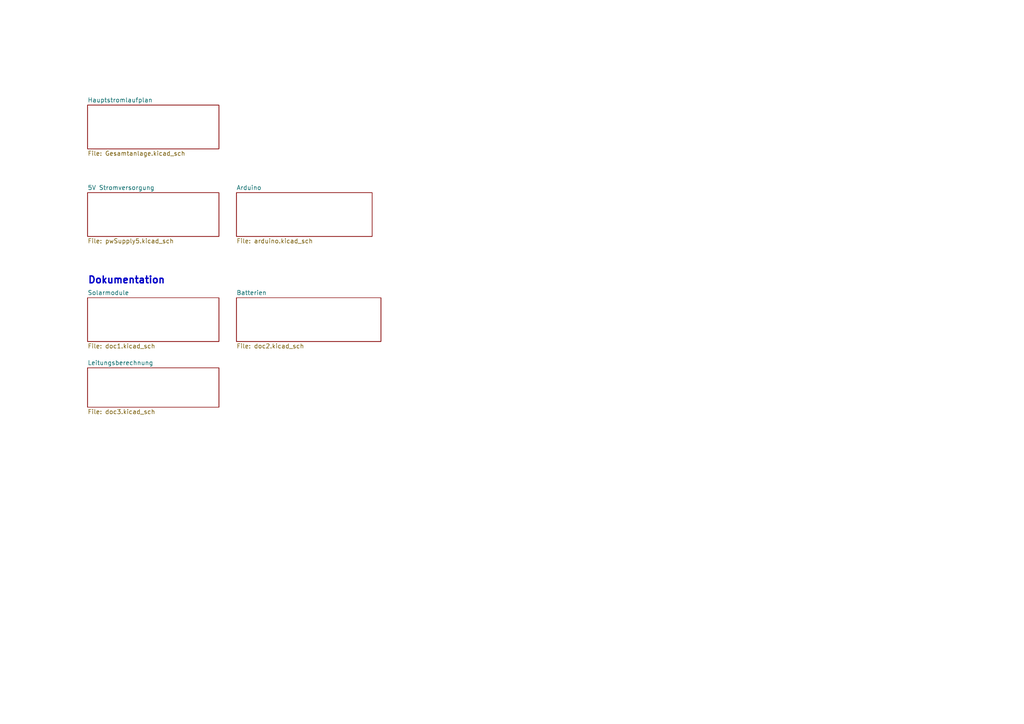
<source format=kicad_sch>
(kicad_sch (version 20211123) (generator eeschema)
  (paper "A4")
  (lib_symbols)
  (text "Dokumentation" (at 25.4 82.55 0) (effects (font (size 2 2) (thickness 0.4) bold) (justify left bottom)))
  (sheet (at 25.4 55.88) (size 38.1 12.7) (stroke (width 0.1524))
    (property "Sheet name" "5V Stromversorgung" (at 25.4 55.1684 0) (effects (justify left bottom)))
    (property "Sheet file" "pwSupply5.kicad_sch" (at 25.4 69.1646 0) (effects (justify left top)))
  )
  (sheet (at 68.58 55.88) (size 39.37 12.7) (stroke (width 0.1524))
    (property "Sheet name" "Arduino" (at 68.58 55.1684 0) (effects (justify left bottom)))
    (property "Sheet file" "arduino.kicad_sch" (at 68.58 69.1646 0) (effects (justify left top)))
  )
  (sheet (at 25.4 106.68) (size 38.1 11.43) (stroke (width 0.1524))
    (property "Sheet name" "Leitungsberechnung" (at 25.4 105.9684 0) (effects (justify left bottom)))
    (property "Sheet file" "doc3.kicad_sch" (at 25.4 118.6946 0) (effects (justify left top)))
  )
  (sheet (at 25.4 86.36) (size 38.1 12.7) (stroke (width 0.1524))
    (property "Sheet name" "Solarmodule" (at 25.4 85.6484 0) (effects (justify left bottom)))
    (property "Sheet file" "doc1.kicad_sch" (at 25.4 99.6446 0) (effects (justify left top)))
  )
  (sheet (at 68.58 86.36) (size 41.91 12.7) (stroke (width 0.1524))
    (property "Sheet name" "Batterien" (at 68.58 85.6484 0) (effects (justify left bottom)))
    (property "Sheet file" "doc2.kicad_sch" (at 68.58 99.6446 0) (effects (justify left top)))
  )
  (sheet (at 25.4 30.48) (size 38.1 12.7) (stroke (width 0.1524))
    (property "Sheet name" "Hauptstromlaufplan" (at 25.4 29.7684 0) (effects (justify left bottom)))
    (property "Sheet file" "Gesamtanlage.kicad_sch" (at 25.4 43.7646 0) (effects (justify left top)))
  )
)
</source>
